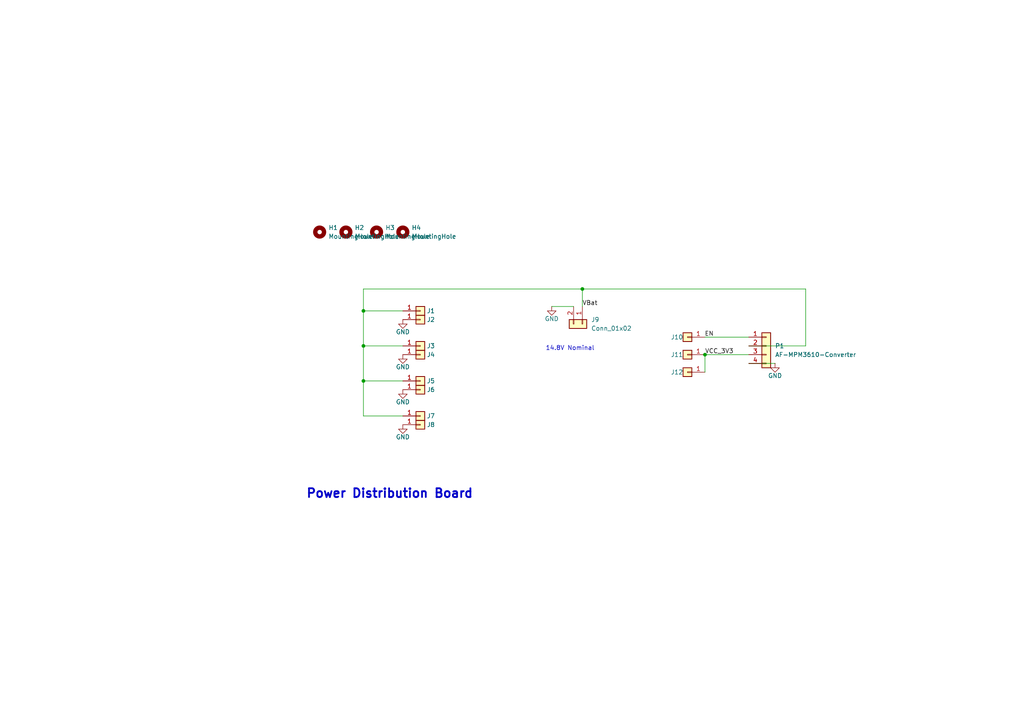
<source format=kicad_sch>
(kicad_sch (version 20250114) (generator "eeschema") (generator_version "9.0")
  (paper "A4")
  (lib_symbols
    (symbol "Conn_01x01_1" (pin_names (offset 1.016) (hide yes))
      (property "Reference" "J" (at 0 2.54 0))
      (property "Value" "Conn_01x01" (at 0 -2.54 0))
      (symbol "Conn_01x01_1_1_1"
        (rectangle (start -1.27 1.27) (end 1.27 -1.27) (stroke (width 0.254)) (fill (type background)))
        (rectangle (start -1.27 0.127) (end 0 -0.127) (stroke (width 0.1524)))
        (pin passive line (at -5.08 0 0) (length 3.81) (name "Pin_1") (number "1"))
      )
    )
    (symbol "Conn_01x02_1" (pin_names (offset 1.016) (hide yes))
      (property "Reference" "J1" (at -1.2701 2.54 90))
      (property "Value" "Conn_01x02" (at 1.2699 2.54 90))
      (symbol "Conn_01x02_1_1_1"
        (rectangle (start -1.27 1.27) (end 1.27 -3.81) (stroke (width 0.254)) (fill (type background)))
        (rectangle (start -1.27 0.127) (end 0 -0.127) (stroke (width 0.1524)))
        (rectangle (start -1.27 -2.413) (end 0 -2.667) (stroke (width 0.1524)))
        (pin passive line (at -5.08 0 0) (length 3.81) (name "Pin_1") (number "1"))
        (pin power_out line (at -5.08 -2.54 0) (length 3.81) (name "Pin_2") (number "2"))
      )
    )
    (symbol "Connector_Generic:Conn_01x01" (pin_names (offset 1.016) (hide yes))
      (property "Reference" "J" (at 0 2.54 0))
      (property "Value" "Conn_01x01" (at 0 -2.54 0))
      (symbol "Conn_01x01_1_1"
        (rectangle (start -1.27 1.27) (end 1.27 -1.27) (stroke (width 0.254)) (fill (type background)))
        (rectangle (start -1.27 0.127) (end 0 -0.127) (stroke (width 0.1524)))
        (pin passive line (at -5.08 0 0) (length 3.81) (name "Pin_1") (number "1"))
      )
    )
    (symbol "Connector_Generic:Conn_01x04" (pin_names (offset 1.016) (hide yes))
      (property "Reference" "J" (at 0 5.08 0))
      (property "Value" "Conn_01x04" (at 0 -7.62 0))
      (symbol "Conn_01x04_1_1"
        (rectangle (start -1.27 3.81) (end 1.27 -6.35) (stroke (width 0.254)) (fill (type background)))
        (rectangle (start -1.27 2.667) (end 0 2.413) (stroke (width 0.1524)))
        (rectangle (start -1.27 0.127) (end 0 -0.127) (stroke (width 0.1524)))
        (rectangle (start -1.27 -2.413) (end 0 -2.667) (stroke (width 0.1524)))
        (rectangle (start -1.27 -4.953) (end 0 -5.207) (stroke (width 0.1524)))
        (pin passive line (at -5.08 2.54 0) (length 3.81) (name "Pin_1") (number "1"))
        (pin passive line (at -5.08 0 0) (length 3.81) (name "Pin_2") (number "2"))
        (pin passive line (at -5.08 -2.54 0) (length 3.81) (name "Pin_3") (number "3"))
        (pin passive line (at -5.08 -5.08 0) (length 3.81) (name "Pin_4") (number "4"))
      )
    )
    (symbol "Mechanical:MountingHole" (pin_names (offset 1.016)) (in_bom no)
      (property "Reference" "H" (at 0 5.08 0))
      (property "Value" "MountingHole" (at 0 3.175 0))
      (symbol "MountingHole_0_1"
        (circle (center 0 0) (radius 1.27) (stroke (width 1.27)))
      )
    )
    (symbol "power:GND" (power) (pin_numbers (hide yes)) (pin_names (offset 0) (hide yes))
      (property "Value" "GND" (at 0 -3.81 0))
      (symbol "GND_0_1"
        (polyline (pts (xy 0 0) (xy 0 -1.27) (xy 1.27 -1.27) (xy 0 -2.54) (xy -1.27 -1.27) (xy 0 -1.27)))
      )
      (symbol "GND_1_1"
        (pin power_in line (at 0 0 270) (length 0) (name "~") (number "1"))
      )
    )
  )
  (text "14.8V Nominal" (at 165.354 101.092 0) (effects (font (size 1.27 1.27))))
  (text "Power Distribution Board" (at 113.03 143.256 0) (effects (font (size 2.54 2.54) (thickness 0.508) (bold yes))))
  (junction (at 105.41 90.17))
  (junction (at 204.47 102.87))
  (junction (at 105.41 100.33))
  (junction (at 105.41 110.49))
  (junction (at 168.91 83.82))
  (wire (pts (xy 204.47 97.79) (xy 217.17 97.79)) (stroke (width 0.1524)))
  (wire (pts (xy 233.68 100.33) (xy 217.17 100.33)) (stroke (width 0.1524)))
  (wire (pts (xy 224.79 105.41) (xy 217.17 105.41)) (stroke (width 0.1524)))
  (wire (pts (xy 204.47 102.87) (xy 217.17 102.87)))
  (wire (pts (xy 116.84 90.17) (xy 105.41 90.17)))
  (wire (pts (xy 168.91 83.82) (xy 168.91 88.9)))
  (wire (pts (xy 168.91 83.82) (xy 233.68 83.82)))
  (wire (pts (xy 105.41 83.82) (xy 168.91 83.82)))
  (wire (pts (xy 105.41 100.33) (xy 105.41 110.49)))
  (wire (pts (xy 105.41 90.17) (xy 105.41 100.33)))
  (wire (pts (xy 116.84 120.65) (xy 105.41 120.65)))
  (wire (pts (xy 105.41 110.49) (xy 116.84 110.49)))
  (wire (pts (xy 105.41 110.49) (xy 105.41 120.65)))
  (wire (pts (xy 105.41 83.82) (xy 105.41 90.17)))
  (wire (pts (xy 233.68 83.82) (xy 233.68 100.33)) (stroke (width 0.1524)))
  (wire (pts (xy 116.84 100.33) (xy 105.41 100.33)))
  (wire (pts (xy 204.47 102.87) (xy 204.47 107.95)))
  (wire (pts (xy 160.02 88.9) (xy 166.37 88.9)))
  (label "EN" (at 207.01 97.79 180) (effects (font (size 1.2446 1.2446))))
  (label "VBat" (at 168.91 88.9 0))
  (label "VCC_3V3" (at 204.47 102.87 0))
  (symbol (lib_id "Connector_Generic:Conn_01x01") (at 121.92 113.03 0) (unit 1)
    (property "Reference" "J6" (at 124.968 113.03 0))
    (property "Value" "ESC_3_-" (effects (hide yes)))
    (property "Footprint" "Solder_Pads:01x01_ESC_Pad" (effects (hide yes)))
    (property "Description" "Generic connector, single row, 01x01, script generated (kicad-library-utils/schlib/autogen/connector/)" (effects (hide yes)))
  )
  (symbol (lib_id "power:GND") (at 116.84 92.71 0) (unit 1)
    (property "Reference" "#PWR01" (effects (hide yes)))
    (property "Value" "GND" (at 116.84 96.266 0))
    (property "Description" "Power symbol creates a global label with name \"GND\" , ground" (effects (hide yes)))
  )
  (symbol (lib_id "Mechanical:MountingHole") (at 100.33 67.31 0) (unit 1) (in_bom no)
    (property "Reference" "H2" (at 102.87 66.0399 0) (effects (justify left)))
    (property "Value" "MountingHole" (at 102.87 68.5799 0) (effects (justify left)))
    (property "Footprint" "MountingHole:MountingHole_3.2mm_M3_ISO14580_Pad_TopOnly" (effects (hide yes)))
    (property "Description" "Mounting Hole without connection" (effects (hide yes)))
  )
  (symbol (lib_id "Connector_Generic:Conn_01x01") (at 121.92 110.49 0) (unit 1)
    (property "Reference" "J5" (at 124.968 110.49 0))
    (property "Value" "ESC_3_+" (effects (hide yes)))
    (property "Footprint" "Solder_Pads:01x01_ESC_Pad_Vias" (effects (hide yes)))
    (property "Description" "Generic connector, single row, 01x01, script generated (kicad-library-utils/schlib/autogen/connector/)" (effects (hide yes)))
  )
  (symbol (lib_id "Connector_Generic:Conn_01x01") (at 199.39 107.95 180) (unit 1)
    (property "Reference" "J12" (at 196.342 107.95 0))
    (property "Value" "Conn_01x01" (effects (hide yes)))
    (property "Footprint" "Connector_Wire:SolderWire-0.1sqmm_1x01_D0.4mm_OD1mm" (effects (hide yes)))
    (property "Description" "Generic connector, single row, 01x01, script generated (kicad-library-utils/schlib/autogen/connector/)" (effects (hide yes)))
  )
  (symbol (lib_id "power:GND") (at 160.02 88.9 0) (unit 1)
    (property "Reference" "#PWR05" (effects (hide yes)))
    (property "Value" "GND" (at 160.02 92.456 0))
    (property "Description" "Power symbol creates a global label with name \"GND\" , ground" (effects (hide yes)))
  )
  (symbol (lib_id "Mechanical:MountingHole") (at 109.22 67.31 0) (unit 1) (in_bom no)
    (property "Reference" "H3" (at 111.76 66.0399 0) (effects (justify left)))
    (property "Value" "MountingHole" (at 111.76 68.5799 0) (effects (justify left)))
    (property "Footprint" "MountingHole:MountingHole_3.2mm_M3_ISO14580_Pad_TopOnly" (effects (hide yes)))
    (property "Description" "Mounting Hole without connection" (effects (hide yes)))
  )
  (symbol (lib_id "Connector_Generic:Conn_01x01") (at 121.92 123.19 0) (unit 1)
    (property "Reference" "J8" (at 124.968 123.19 0))
    (property "Value" "ESC_4_-" (effects (hide yes)))
    (property "Footprint" "Solder_Pads:01x01_ESC_Pad" (effects (hide yes)))
    (property "Description" "Generic connector, single row, 01x01, script generated (kicad-library-utils/schlib/autogen/connector/)" (effects (hide yes)))
  )
  (symbol (lib_id "power:GND") (at 116.84 123.19 0) (unit 1)
    (property "Reference" "#PWR04" (effects (hide yes)))
    (property "Value" "GND" (at 116.84 126.746 0))
    (property "Description" "Power symbol creates a global label with name \"GND\" , ground" (effects (hide yes)))
  )
  (symbol (lib_id "Connector_Generic:Conn_01x01") (at 121.92 100.33 0) (unit 1)
    (property "Reference" "J3" (at 124.968 100.33 0))
    (property "Value" "ESC_2_+" (effects (hide yes)))
    (property "Footprint" "Solder_Pads:01x01_ESC_Pad_Vias" (effects (hide yes)))
    (property "Description" "Generic connector, single row, 01x01, script generated (kicad-library-utils/schlib/autogen/connector/)" (effects (hide yes)))
  )
  (symbol (lib_id "Mechanical:MountingHole") (at 116.84 67.31 0) (unit 1) (in_bom no)
    (property "Reference" "H4" (at 119.38 66.0399 0) (effects (justify left)))
    (property "Value" "MountingHole" (at 119.38 68.5799 0) (effects (justify left)))
    (property "Footprint" "MountingHole:MountingHole_3.2mm_M3_ISO14580_Pad_TopOnly" (effects (hide yes)))
    (property "Description" "Mounting Hole without connection" (effects (hide yes)))
  )
  (symbol (lib_id "Mechanical:MountingHole") (at 92.71 67.31 0) (unit 1) (in_bom no)
    (property "Reference" "H1" (at 95.25 66.0399 0) (effects (justify left)))
    (property "Value" "MountingHole" (at 95.25 68.5799 0) (effects (justify left)))
    (property "Footprint" "MountingHole:MountingHole_3.2mm_M3_ISO14580_Pad_TopOnly" (effects (hide yes)))
    (property "Description" "Mounting Hole without connection" (effects (hide yes)))
  )
  (symbol (lib_id "Connector_Generic:Conn_01x01") (at 199.39 102.87 180) (unit 1)
    (property "Reference" "J11" (at 196.342 102.87 0))
    (property "Value" "Conn_01x01" (effects (hide yes)))
    (property "Footprint" "Connector_Wire:SolderWire-0.1sqmm_1x01_D0.4mm_OD1mm" (effects (hide yes)))
    (property "Description" "Generic connector, single row, 01x01, script generated (kicad-library-utils/schlib/autogen/connector/)" (effects (hide yes)))
  )
  (symbol (lib_name "Conn_01x01_1") (lib_id "Connector_Generic:Conn_01x01") (at 121.92 90.17 0) (unit 1)
    (property "Reference" "J1" (at 124.968 90.17 0))
    (property "Value" "ESC_1_+" (effects (hide yes)))
    (property "Footprint" "Solder_Pads:01x01_ESC_Pad_Vias" (effects (hide yes)))
    (property "Description" "Generic connector, single row, 01x01, script generated (kicad-library-utils/schlib/autogen/connector/)" (effects (hide yes)))
  )
  (symbol (lib_id "Connector_Generic:Conn_01x01") (at 121.92 92.71 0) (unit 1)
    (property "Reference" "J2" (at 124.968 92.71 0))
    (property "Value" "ESC_1_-" (effects (hide yes)))
    (property "Footprint" "Solder_Pads:01x01_ESC_Pad" (effects (hide yes)))
    (property "Description" "Generic connector, single row, 01x01, script generated (kicad-library-utils/schlib/autogen/connector/)" (effects (hide yes)))
  )
  (symbol (lib_id "Connector_Generic:Conn_01x04") (at 222.25 100.33 0) (unit 1)
    (property "Reference" "P1" (at 224.79 100.3299 0) (effects (justify left)))
    (property "Value" "AF-MPM3610-Converter" (at 224.79 102.8699 0) (effects (justify left)))
    (property "Footprint" "Connector_PinSocket_2.54mm:PinSocket_1x04_P2.54mm_Vertical" (effects (hide yes)))
    (property "Description" "Generic connector, single row, 01x04, script generated (kicad-library-utils/schlib/autogen/connector/)" (effects (hide yes)))
  )
  (symbol (lib_id "power:GND") (at 116.84 113.03 0) (unit 1)
    (property "Reference" "#PWR03" (effects (hide yes)))
    (property "Value" "GND" (at 116.84 116.586 0))
    (property "Description" "Power symbol creates a global label with name \"GND\" , ground" (effects (hide yes)))
  )
  (symbol (lib_name "Conn_01x02_1") (lib_id "Connector_Generic:Conn_01x02") (at 168.91 93.98 270) (unit 1)
    (property "Reference" "J9" (at 171.45 92.7099 90) (effects (justify left)))
    (property "Value" "Conn_01x02" (at 171.45 95.2499 90) (effects (justify left)))
    (property "Footprint" "Solder_Pads:PDB_Battery_Pads_ViasL" (effects (hide yes)))
    (property "Description" "Generic connector, single row, 01x02, script generated (kicad-library-utils/schlib/autogen/connector/)" (effects (hide yes)))
  )
  (symbol (lib_id "Connector_Generic:Conn_01x01") (at 121.92 102.87 0) (unit 1)
    (property "Reference" "J4" (at 124.968 102.87 0))
    (property "Value" "ESC_2_-" (effects (hide yes)))
    (property "Footprint" "Solder_Pads:01x01_ESC_Pad" (effects (hide yes)))
    (property "Description" "Generic connector, single row, 01x01, script generated (kicad-library-utils/schlib/autogen/connector/)" (effects (hide yes)))
  )
  (symbol (lib_id "Connector_Generic:Conn_01x01") (at 199.39 97.79 180) (unit 1)
    (property "Reference" "J10" (at 196.342 97.79 0))
    (property "Value" "Conn_01x01" (effects (hide yes)))
    (property "Footprint" "Connector_Wire:SolderWire-0.1sqmm_1x01_D0.4mm_OD1mm" (effects (hide yes)))
    (property "Description" "Generic connector, single row, 01x01, script generated (kicad-library-utils/schlib/autogen/connector/)" (effects (hide yes)))
  )
  (symbol (lib_id "power:GND") (at 224.79 105.41 0) (unit 1)
    (property "Reference" "#PWR06" (effects (hide yes)))
    (property "Value" "GND" (at 224.79 108.966 0))
    (property "Description" "Power symbol creates a global label with name \"GND\" , ground" (effects (hide yes)))
  )
  (symbol (lib_id "power:GND") (at 116.84 102.87 0) (unit 1)
    (property "Reference" "#PWR02" (effects (hide yes)))
    (property "Value" "GND" (at 116.84 106.426 0))
    (property "Description" "Power symbol creates a global label with name \"GND\" , ground" (effects (hide yes)))
  )
  (symbol (lib_id "Connector_Generic:Conn_01x01") (at 121.92 120.65 0) (unit 1)
    (property "Reference" "J7" (at 124.968 120.65 0))
    (property "Value" "ESC_4_+" (effects (hide yes)))
    (property "Footprint" "Solder_Pads:01x01_ESC_Pad_Vias" (effects (hide yes)))
    (property "Description" "Generic connector, single row, 01x01, script generated (kicad-library-utils/schlib/autogen/connector/)" (effects (hide yes)))
  )
)
</source>
